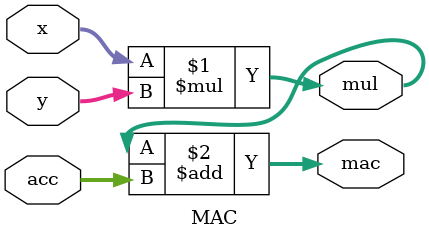
<source format=v>
module MAC(x, y, acc, mul, mac);

input [7:0] x;
input [7:0] y;
input [15:0] acc;

output [15:0] mul;
output [15:0] mac;

assign mul = x * y;
assign mac = mul + acc;

endmodule

</source>
